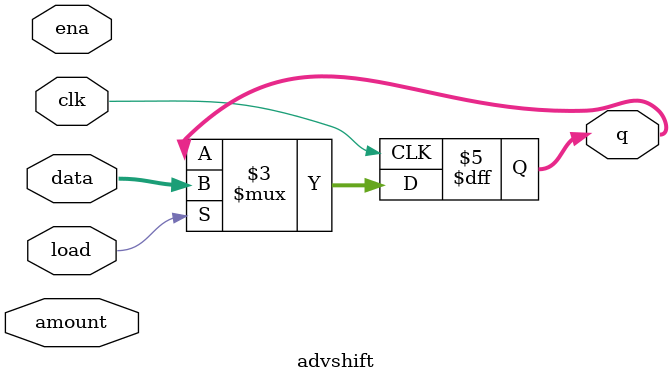
<source format=v>
module advshift(input clk,
input load,
input ena,
input [1:0] amount,
input [63:0] data,
output reg [63:0] q); 
// when load is high, assign data[63:0] to shift register q.
// if ena is high, shift q.
// amount: Chooses which direction and how much to shift.
// 2'b00: shift left by 1 bit.
// 2'b01: shift left by 8 bits.
// 2'b10: shift right by 1 bit.
// 2'b11: shift right by 8 bits.

    always @(posedge clk) begin
        if (load == 1) q <= data[63:0];
    end
endmodule

</source>
